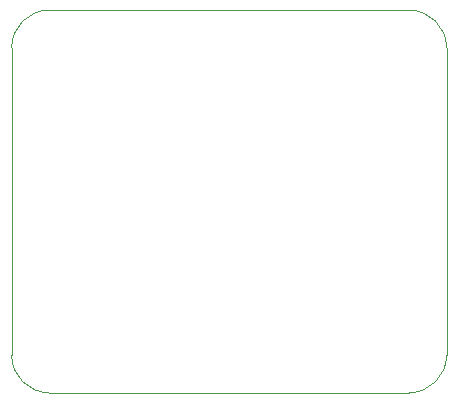
<source format=gm1>
G04 #@! TF.GenerationSoftware,KiCad,Pcbnew,(5.1.4-6-g300381ba4)-1*
G04 #@! TF.CreationDate,2020-01-10T02:30:52+00:00*
G04 #@! TF.ProjectId,esp32-wrover-breakout,65737033-322d-4777-926f-7665722d6272,rev?*
G04 #@! TF.SameCoordinates,Original*
G04 #@! TF.FileFunction,Profile,NP*
%FSLAX46Y46*%
G04 Gerber Fmt 4.6, Leading zero omitted, Abs format (unit mm)*
G04 Created by KiCad (PCBNEW (5.1.4-6-g300381ba4)-1) date 2020-01-10 02:30:52*
%MOMM*%
%LPD*%
G04 APERTURE LIST*
%ADD10C,0.050000*%
%ADD11C,0.120000*%
G04 APERTURE END LIST*
D10*
X123190000Y-96520000D02*
X153670000Y-96520000D01*
X120015000Y-67310000D02*
X120015000Y-93345000D01*
X153670000Y-64135000D02*
X123190000Y-64135000D01*
X156845000Y-93345000D02*
X156845000Y-67310000D01*
D11*
X123190000Y-96520000D02*
G75*
G02X120015000Y-93345000I0J3175000D01*
G01*
X120015000Y-67310000D02*
G75*
G02X123190000Y-64135000I3175000J0D01*
G01*
X153670000Y-64135000D02*
G75*
G02X156845000Y-67310000I0J-3175000D01*
G01*
X156845000Y-93345000D02*
G75*
G02X153670000Y-96520000I-3175000J0D01*
G01*
M02*

</source>
